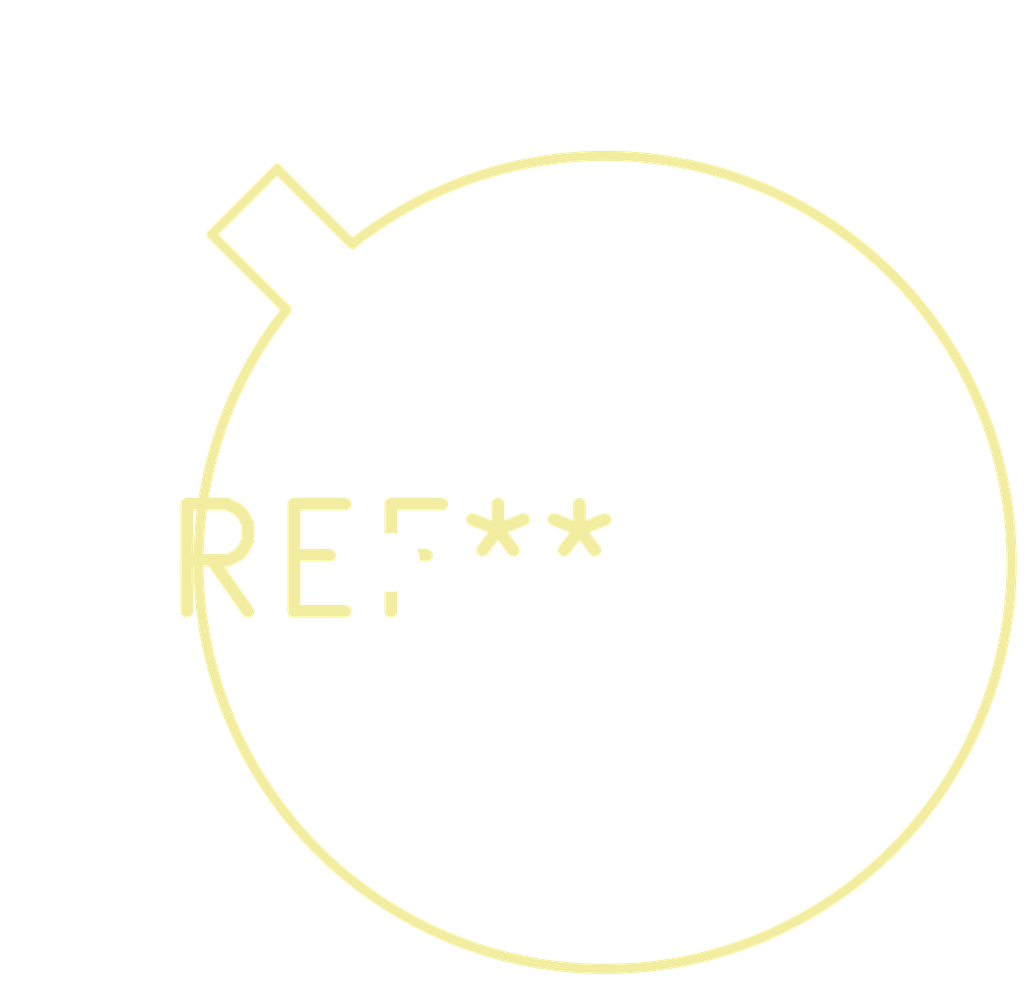
<source format=kicad_pcb>
(kicad_pcb (version 20240108) (generator pcbnew)
  (layers (0 "F.Cu" signal) (31 "B.Cu" signal) (34 "B.Paste" user) (35 "F.Paste" user) (36 "B.SilkS" user "B.Silkscreen") (37 "F.SilkS" user "F.Silkscreen") (38 "B.Mask" user) (39 "F.Mask" user) (44 "Edge.Cuts" user))
  (net 0 "")
  (footprint "TO-12-4" (layer "F.Cu") (at 0 0)
    (property "Reference" "REF**")
    (property "Value" "TO-12-4")
    (fp_line (start -2.125856 -3.888039) (end -1.234902 -2.997084) (layer "F.SilkS") (stroke (width 0.12)))
    (fp_line (start -1.348039 -4.665856) (end -2.125856 -3.888039) (layer "F.SilkS") (stroke (width 0.12)))
    (fp_line (start -0.457084 -3.774902) (end -1.348039 -4.665856) (layer "F.SilkS") (stroke (width 0.12)))
    (fp_arc (start -0.457084 -3.774902) (mid 5.948125 3.408384) (end -1.234674 -2.997371) (layer "F.SilkS") (stroke (width 0.12)))
    (pad "1" thru_hole oval (at 0 0) (size 1.6 1.2) (drill 0.7) (layers *.Cu *.Mask) (remove_unused_layers))
    (pad "2" thru_hole oval (at 2.54 2.54) (size 1.2 1.2) (drill 0.7) (layers *.Cu *.Mask) (remove_unused_layers))
    (pad "3" thru_hole oval (at 5.08 0) (size 1.2 1.2) (drill 0.7) (layers *.Cu *.Mask) (remove_unused_layers))
    (pad "4" thru_hole oval (at 2.54 -2.54) (size 1.2 1.2) (drill 0.7) (layers *.Cu *.Mask) (remove_unused_layers))
  )
)
</source>
